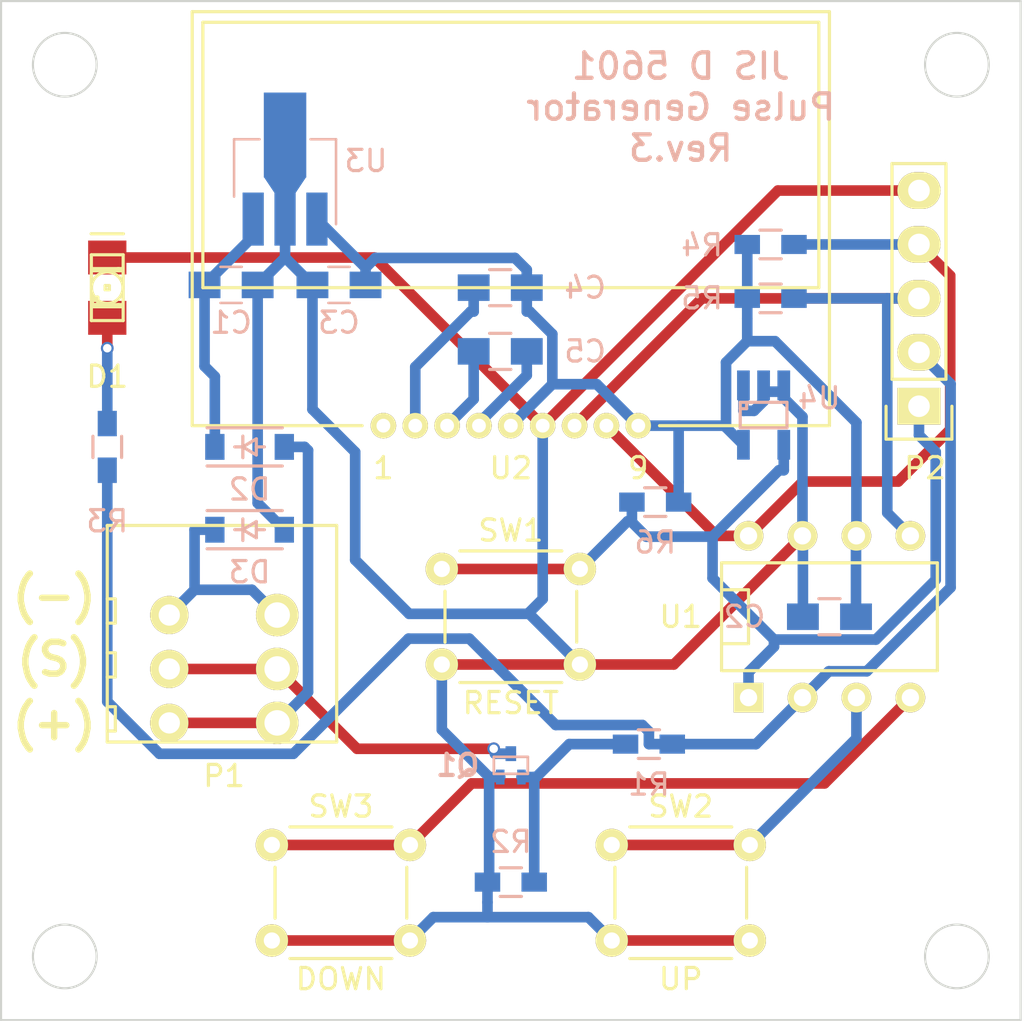
<source format=kicad_pcb>
(kicad_pcb (version 4) (host pcbnew 4.0.7)

  (general
    (links 63)
    (no_connects 0)
    (area 25.949999 25.949999 74.050001 74.050001)
    (thickness 1.6)
    (drawings 12)
    (tracks 177)
    (zones 0)
    (modules 24)
    (nets 19)
  )

  (page A4)
  (layers
    (0 F.Cu signal)
    (31 B.Cu signal)
    (32 B.Adhes user)
    (33 F.Adhes user)
    (34 B.Paste user)
    (35 F.Paste user)
    (36 B.SilkS user)
    (37 F.SilkS user)
    (38 B.Mask user)
    (39 F.Mask user)
    (40 Dwgs.User user)
    (41 Cmts.User user)
    (42 Eco1.User user)
    (43 Eco2.User user)
    (44 Edge.Cuts user)
    (45 Margin user)
    (46 B.CrtYd user)
    (47 F.CrtYd user)
    (48 B.Fab user)
    (49 F.Fab user)
  )

  (setup
    (last_trace_width 0.5)
    (trace_clearance 0.2)
    (zone_clearance 0.508)
    (zone_45_only no)
    (trace_min 0.2)
    (segment_width 0.2)
    (edge_width 0.1)
    (via_size 0.6)
    (via_drill 0.4)
    (via_min_size 0.4)
    (via_min_drill 0.3)
    (uvia_size 0.3)
    (uvia_drill 0.1)
    (uvias_allowed no)
    (uvia_min_size 0.2)
    (uvia_min_drill 0.1)
    (pcb_text_width 0.3)
    (pcb_text_size 1.5 1.5)
    (mod_edge_width 0.15)
    (mod_text_size 1 1)
    (mod_text_width 0.15)
    (pad_size 12 7)
    (pad_drill 0)
    (pad_to_mask_clearance 0)
    (aux_axis_origin 25.5 25.5)
    (visible_elements 7FFFFFFF)
    (pcbplotparams
      (layerselection 0x010f0_80000001)
      (usegerberextensions true)
      (excludeedgelayer true)
      (linewidth 0.100000)
      (plotframeref false)
      (viasonmask false)
      (mode 1)
      (useauxorigin true)
      (hpglpennumber 1)
      (hpglpenspeed 20)
      (hpglpendiameter 15)
      (hpglpenoverlay 2)
      (psnegative false)
      (psa4output false)
      (plotreference true)
      (plotvalue true)
      (plotinvisibletext false)
      (padsonsilk false)
      (subtractmaskfromsilk false)
      (outputformat 1)
      (mirror false)
      (drillshape 0)
      (scaleselection 1)
      (outputdirectory gerber/))
  )

  (net 0 "")
  (net 1 +12V)
  (net 2 VDD)
  (net 3 "Net-(D1-Pad2)")
  (net 4 /SDA)
  (net 5 "Net-(U2-Pad1)")
  (net 6 /VOUT)
  (net 7 /CAP1N)
  (net 8 /CAP1P)
  (net 9 /#RST)
  (net 10 /PIO0_4)
  (net 11 /GATE)
  (net 12 /PIO0_3)
  (net 13 /PIO0_2)
  (net 14 /SCL)
  (net 15 /Vin)
  (net 16 /D)
  (net 17 /VSS)
  (net 18 "Net-(D3-Pad1)")

  (net_class Default "これは標準のネット クラスです。"
    (clearance 0.2)
    (trace_width 0.5)
    (via_dia 0.6)
    (via_drill 0.4)
    (uvia_dia 0.3)
    (uvia_drill 0.1)
    (add_net /#RST)
    (add_net /CAP1N)
    (add_net /CAP1P)
    (add_net /D)
    (add_net /GATE)
    (add_net /PIO0_2)
    (add_net /PIO0_3)
    (add_net /PIO0_4)
    (add_net /SCL)
    (add_net /SDA)
    (add_net "Net-(D1-Pad2)")
    (add_net "Net-(D3-Pad1)")
    (add_net "Net-(U2-Pad1)")
  )

  (net_class Power ""
    (clearance 0.2)
    (trace_width 0.5)
    (via_dia 0.6)
    (via_drill 0.4)
    (uvia_dia 0.3)
    (uvia_drill 0.1)
    (add_net +12V)
    (add_net /VOUT)
    (add_net /VSS)
    (add_net /Vin)
    (add_net VDD)
  )

  (module Sockets_DIP:DIP-8__300 (layer F.Cu) (tedit 5648A19C) (tstamp 5559DFF3)
    (at 65 55)
    (descr "8 pins DIL package, round pads")
    (tags DIL)
    (path /5559CC94)
    (fp_text reference U1 (at -7 0 180) (layer F.SilkS)
      (effects (font (size 1 1) (thickness 0.15)))
    )
    (fp_text value LPC810 (at 0 0) (layer F.Fab)
      (effects (font (size 1 1) (thickness 0.15)))
    )
    (fp_line (start -5.08 -1.27) (end -3.81 -1.27) (layer F.SilkS) (width 0.15))
    (fp_line (start -3.81 -1.27) (end -3.81 1.27) (layer F.SilkS) (width 0.15))
    (fp_line (start -3.81 1.27) (end -5.08 1.27) (layer F.SilkS) (width 0.15))
    (fp_line (start -5.08 -2.54) (end 5.08 -2.54) (layer F.SilkS) (width 0.15))
    (fp_line (start 5.08 -2.54) (end 5.08 2.54) (layer F.SilkS) (width 0.15))
    (fp_line (start 5.08 2.54) (end -5.08 2.54) (layer F.SilkS) (width 0.15))
    (fp_line (start -5.08 2.54) (end -5.08 -2.54) (layer F.SilkS) (width 0.15))
    (pad 1 thru_hole rect (at -3.81 3.81) (size 1.397 1.397) (drill 0.8128) (layers *.Cu *.Mask F.SilkS)
      (net 9 /#RST))
    (pad 2 thru_hole circle (at -1.27 3.81) (size 1.397 1.397) (drill 0.8128) (layers *.Cu *.Mask F.SilkS)
      (net 10 /PIO0_4))
    (pad 3 thru_hole circle (at 1.27 3.81) (size 1.397 1.397) (drill 0.8128) (layers *.Cu *.Mask F.SilkS)
      (net 12 /PIO0_3))
    (pad 4 thru_hole circle (at 3.81 3.81) (size 1.397 1.397) (drill 0.8128) (layers *.Cu *.Mask F.SilkS)
      (net 13 /PIO0_2))
    (pad 5 thru_hole circle (at 3.81 -3.81) (size 1.397 1.397) (drill 0.8128) (layers *.Cu *.Mask F.SilkS)
      (net 4 /SDA))
    (pad 6 thru_hole circle (at 1.27 -3.81) (size 1.397 1.397) (drill 0.8128) (layers *.Cu *.Mask F.SilkS)
      (net 2 VDD))
    (pad 7 thru_hole circle (at -1.27 -3.81) (size 1.397 1.397) (drill 0.8128) (layers *.Cu *.Mask F.SilkS)
      (net 17 /VSS))
    (pad 8 thru_hole circle (at -3.81 -3.81) (size 1.397 1.397) (drill 0.8128) (layers *.Cu *.Mask F.SilkS)
      (net 14 /SCL))
    (model Sockets_DIP.3dshapes/DIP-8__300.wrl
      (at (xyz 0 0 0))
      (scale (xyz 1 1 1))
      (rotate (xyz 0 0 0))
    )
  )

  (module Pin_Headers:Pin_Header_Straight_1x05 (layer F.Cu) (tedit 5648A1C4) (tstamp 5559F2FE)
    (at 69.215 45.085 180)
    (descr "Through hole pin header")
    (tags "pin header")
    (path /5559F1FE)
    (fp_text reference P2 (at -0.285 -2.915 180) (layer F.SilkS)
      (effects (font (size 1 1) (thickness 0.15)))
    )
    (fp_text value CONN_01X05 (at 0 -3.1 180) (layer F.Fab)
      (effects (font (size 1 1) (thickness 0.15)))
    )
    (fp_line (start -1.55 0) (end -1.55 -1.55) (layer F.SilkS) (width 0.15))
    (fp_line (start -1.55 -1.55) (end 1.55 -1.55) (layer F.SilkS) (width 0.15))
    (fp_line (start 1.55 -1.55) (end 1.55 0) (layer F.SilkS) (width 0.15))
    (fp_line (start -1.75 -1.75) (end -1.75 11.95) (layer F.CrtYd) (width 0.05))
    (fp_line (start 1.75 -1.75) (end 1.75 11.95) (layer F.CrtYd) (width 0.05))
    (fp_line (start -1.75 -1.75) (end 1.75 -1.75) (layer F.CrtYd) (width 0.05))
    (fp_line (start -1.75 11.95) (end 1.75 11.95) (layer F.CrtYd) (width 0.05))
    (fp_line (start 1.27 1.27) (end 1.27 11.43) (layer F.SilkS) (width 0.15))
    (fp_line (start 1.27 11.43) (end -1.27 11.43) (layer F.SilkS) (width 0.15))
    (fp_line (start -1.27 11.43) (end -1.27 1.27) (layer F.SilkS) (width 0.15))
    (fp_line (start 1.27 1.27) (end -1.27 1.27) (layer F.SilkS) (width 0.15))
    (pad 1 thru_hole rect (at 0 0 180) (size 2.032 1.7272) (drill 1.016) (layers *.Cu *.Mask F.SilkS)
      (net 9 /#RST))
    (pad 2 thru_hole oval (at 0 2.54 180) (size 2.032 1.7272) (drill 1.016) (layers *.Cu *.Mask F.SilkS)
      (net 10 /PIO0_4))
    (pad 3 thru_hole oval (at 0 5.08 180) (size 2.032 1.7272) (drill 1.016) (layers *.Cu *.Mask F.SilkS)
      (net 4 /SDA))
    (pad 4 thru_hole oval (at 0 7.62 180) (size 2.032 1.7272) (drill 1.016) (layers *.Cu *.Mask F.SilkS)
      (net 14 /SCL))
    (pad 5 thru_hole oval (at 0 10.16 180) (size 2.032 1.7272) (drill 1.016) (layers *.Cu *.Mask F.SilkS)
      (net 17 /VSS))
    (model Pin_Headers.3dshapes/Pin_Header_Straight_1x05.wrl
      (at (xyz 0 -0.2 0))
      (scale (xyz 1 1 1))
      (rotate (xyz 0 0 90))
    )
  )

  (module pulser:AQM0802A-RN-GBW (layer F.Cu) (tedit 564179E8) (tstamp 5640261E)
    (at 50 46)
    (path /563FF79A)
    (fp_text reference U2 (at 0 2) (layer F.SilkS)
      (effects (font (size 1 1) (thickness 0.15)))
    )
    (fp_text value AQM0802A-RN-GBW (at 0 -9.5) (layer F.Fab)
      (effects (font (size 1 1) (thickness 0.15)))
    )
    (fp_line (start 14.5 -19) (end 14.5 -6.5) (layer F.SilkS) (width 0.15))
    (fp_line (start 14.5 -6.5) (end -14.5 -6.5) (layer F.SilkS) (width 0.15))
    (fp_line (start -14.5 -6.5) (end -14.5 -19) (layer F.SilkS) (width 0.15))
    (fp_line (start -14.5 -19) (end 14.5 -19) (layer F.SilkS) (width 0.15))
    (fp_text user 9 (at 6 2) (layer F.SilkS)
      (effects (font (size 1 1) (thickness 0.15)))
    )
    (fp_text user 1 (at -6 2) (layer F.SilkS)
      (effects (font (size 1 1) (thickness 0.15)))
    )
    (fp_line (start -7 0) (end -15 0) (layer F.SilkS) (width 0.15))
    (fp_line (start -15 0) (end -15 -19.5) (layer F.SilkS) (width 0.15))
    (fp_line (start -15 -19.5) (end 15 -19.5) (layer F.SilkS) (width 0.15))
    (fp_line (start 15 -19.5) (end 15 0) (layer F.SilkS) (width 0.15))
    (fp_line (start 15 0) (end 7 0) (layer F.SilkS) (width 0.15))
    (pad 1 thru_hole circle (at -6 0) (size 1.2 1.2) (drill 0.65) (layers *.Cu *.Mask F.SilkS)
      (net 5 "Net-(U2-Pad1)"))
    (pad 2 thru_hole circle (at -4.5 0) (size 1.2 1.2) (drill 0.65) (layers *.Cu *.Mask F.SilkS)
      (net 6 /VOUT))
    (pad 3 thru_hole circle (at -3 0) (size 1.2 1.2) (drill 0.65) (layers *.Cu *.Mask F.SilkS)
      (net 7 /CAP1N))
    (pad 4 thru_hole circle (at -1.5 0) (size 1.2 1.2) (drill 0.65) (layers *.Cu *.Mask F.SilkS)
      (net 8 /CAP1P))
    (pad 5 thru_hole circle (at 0 0) (size 1.2 1.2) (drill 0.65) (layers *.Cu *.Mask F.SilkS)
      (net 2 VDD))
    (pad 6 thru_hole circle (at 1.5 0) (size 1.2 1.2) (drill 0.65) (layers *.Cu *.Mask F.SilkS)
      (net 17 /VSS))
    (pad 7 thru_hole circle (at 3 0) (size 1.2 1.2) (drill 0.65) (layers *.Cu *.Mask F.SilkS)
      (net 4 /SDA))
    (pad 8 thru_hole circle (at 4.5 0) (size 1.2 1.2) (drill 0.65) (layers *.Cu *.Mask F.SilkS)
      (net 14 /SCL))
    (pad 9 thru_hole circle (at 6 0) (size 1.2 1.2) (drill 0.65) (layers *.Cu *.Mask F.SilkS)
      (net 2 VDD))
    (model favorites.3dshapes/AQM0802A-RN-GBW.wrl
      (at (xyz 0 0 0))
      (scale (xyz 0.393701 0.393701 0.393701))
      (rotate (xyz 0 0 0))
    )
  )

  (module pulser:TB401-1-3-E (layer F.Cu) (tedit 5648A197) (tstamp 555E9AE3)
    (at 39 60 90)
    (path /555E9DB4)
    (fp_text reference P1 (at -2.5 -2.5 180) (layer F.SilkS)
      (effects (font (size 1 1) (thickness 0.15)))
    )
    (fp_text value CONN_01X03 (at 3.048 -7.112 90) (layer F.Fab)
      (effects (font (size 1 1) (thickness 0.15)))
    )
    (fp_line (start 4.699 -8.001) (end 4.699 -7.62) (layer F.SilkS) (width 0.15))
    (fp_line (start 4.699 -7.62) (end 5.842 -7.62) (layer F.SilkS) (width 0.15))
    (fp_line (start 5.842 -7.62) (end 5.842 -8.001) (layer F.SilkS) (width 0.15))
    (fp_line (start 2.159 -8.001) (end 2.159 -7.62) (layer F.SilkS) (width 0.15))
    (fp_line (start 2.159 -7.62) (end 3.302 -7.62) (layer F.SilkS) (width 0.15))
    (fp_line (start 3.302 -7.62) (end 3.302 -8.001) (layer F.SilkS) (width 0.15))
    (fp_line (start -0.381 -8.001) (end -0.381 -7.62) (layer F.SilkS) (width 0.15))
    (fp_line (start -0.381 -7.62) (end 0.762 -7.62) (layer F.SilkS) (width 0.15))
    (fp_line (start 0.762 -7.62) (end 0.762 -8.001) (layer F.SilkS) (width 0.15))
    (fp_line (start -0.9 -8) (end -0.9 2.8) (layer F.SilkS) (width 0.15))
    (fp_line (start -0.9 2.8) (end 9.3 2.8) (layer F.SilkS) (width 0.15))
    (fp_line (start 9.3 2.8) (end 9.3 -8) (layer F.SilkS) (width 0.15))
    (fp_line (start 9.3 -8) (end -0.9 -8) (layer F.SilkS) (width 0.15))
    (pad 1 thru_hole circle (at 0 0 90) (size 2 2) (drill 1.2) (layers *.Cu *.Mask F.SilkS)
      (net 1 +12V))
    (pad 1 thru_hole circle (at 0 -5.08 90) (size 1.8 1.8) (drill 1) (layers *.Cu *.Mask F.SilkS)
      (net 1 +12V))
    (pad 2 thru_hole circle (at 2.54 0 90) (size 2 2) (drill 1.2) (layers *.Cu *.Mask F.SilkS)
      (net 16 /D))
    (pad 3 thru_hole circle (at 5.08 0 90) (size 2 2) (drill 1.2) (layers *.Cu *.Mask F.SilkS)
      (net 18 "Net-(D3-Pad1)"))
    (pad 2 thru_hole circle (at 2.54 -5.08 90) (size 1.8 1.8) (drill 1) (layers *.Cu *.Mask F.SilkS)
      (net 16 /D))
    (pad 3 thru_hole circle (at 5.08 -5.08 90) (size 1.8 1.8) (drill 1) (layers *.Cu *.Mask F.SilkS)
      (net 18 "Net-(D3-Pad1)"))
    (model favorites.3dshapes/TB401-1-3-E.wrl
      (at (xyz 0 0 0))
      (scale (xyz 0.393701 0.393701 0.393701))
      (rotate (xyz 0 0 0))
    )
  )

  (module favorites:EMT3 (layer B.Cu) (tedit 5648A167) (tstamp 5645EB0B)
    (at 50 62 180)
    (descr EMT3)
    (path /554F19F4)
    (attr smd)
    (fp_text reference Q1 (at 2.5 0 180) (layer B.SilkS)
      (effects (font (size 1 1) (thickness 0.2)) (justify mirror))
    )
    (fp_text value RUE002N02 (at 0 -0.3302 180) (layer B.SilkS) hide
      (effects (font (size 0.29972 0.29972) (thickness 0.06096)) (justify mirror))
    )
    (fp_line (start -0.8 0.4) (end 0.8 0.4) (layer B.SilkS) (width 0.127))
    (fp_line (start 0.8 0.4) (end 0.8 -0.4) (layer B.SilkS) (width 0.127))
    (fp_line (start 0.8 -0.4) (end -0.8 -0.4) (layer B.SilkS) (width 0.127))
    (fp_line (start -0.8 -0.4) (end -0.8 0.4) (layer B.SilkS) (width 0.127))
    (pad 2 smd rect (at -0.5 -0.55 180) (size 0.4 0.7) (layers B.Cu B.Paste B.Mask)
      (net 11 /GATE))
    (pad 1 smd rect (at 0.5 -0.55 180) (size 0.4 0.7) (layers B.Cu B.Paste B.Mask)
      (net 17 /VSS))
    (pad 3 smd rect (at 0 0.55 180) (size 0.5 0.7) (layers B.Cu B.Paste B.Mask)
      (net 16 /D))
    (model favorites.3dshapes/EMT3.wrl
      (at (xyz 0 0 0))
      (scale (xyz 0.393701 0.393701 0.393701))
      (rotate (xyz 0 0 0))
    )
  )

  (module Capacitors_SMD:C_0805_HandSoldering (layer B.Cu) (tedit 5648A0FA) (tstamp 56481F3A)
    (at 49.5 39.5)
    (descr "Capacitor SMD 0805, hand soldering")
    (tags "capacitor 0805")
    (path /5640246F)
    (attr smd)
    (fp_text reference C4 (at 4 0) (layer B.SilkS)
      (effects (font (size 1 1) (thickness 0.15)) (justify mirror))
    )
    (fp_text value 1u (at 0 -2.1) (layer B.Fab)
      (effects (font (size 1 1) (thickness 0.15)) (justify mirror))
    )
    (fp_line (start -2.3 1) (end 2.3 1) (layer B.CrtYd) (width 0.05))
    (fp_line (start -2.3 -1) (end 2.3 -1) (layer B.CrtYd) (width 0.05))
    (fp_line (start -2.3 1) (end -2.3 -1) (layer B.CrtYd) (width 0.05))
    (fp_line (start 2.3 1) (end 2.3 -1) (layer B.CrtYd) (width 0.05))
    (fp_line (start 0.5 0.85) (end -0.5 0.85) (layer B.SilkS) (width 0.15))
    (fp_line (start -0.5 -0.85) (end 0.5 -0.85) (layer B.SilkS) (width 0.15))
    (pad 1 smd rect (at -1.25 0) (size 1.5 1.25) (layers B.Cu B.Paste B.Mask)
      (net 6 /VOUT))
    (pad 2 smd rect (at 1.25 0) (size 1.5 1.25) (layers B.Cu B.Paste B.Mask)
      (net 2 VDD))
    (model Capacitors_SMD.3dshapes/C_0805.wrl
      (at (xyz 0 0 0))
      (scale (xyz 1 1 1))
      (rotate (xyz 0 0 0))
    )
  )

  (module Capacitors_SMD:C_0805_HandSoldering (layer B.Cu) (tedit 5648A101) (tstamp 56481F46)
    (at 49.5 42.5)
    (descr "Capacitor SMD 0805, hand soldering")
    (tags "capacitor 0805")
    (path /564021C2)
    (attr smd)
    (fp_text reference C5 (at 4 0) (layer B.SilkS)
      (effects (font (size 1 1) (thickness 0.15)) (justify mirror))
    )
    (fp_text value 1u (at 0 -2.1) (layer B.Fab)
      (effects (font (size 1 1) (thickness 0.15)) (justify mirror))
    )
    (fp_line (start -2.3 1) (end 2.3 1) (layer B.CrtYd) (width 0.05))
    (fp_line (start -2.3 -1) (end 2.3 -1) (layer B.CrtYd) (width 0.05))
    (fp_line (start -2.3 1) (end -2.3 -1) (layer B.CrtYd) (width 0.05))
    (fp_line (start 2.3 1) (end 2.3 -1) (layer B.CrtYd) (width 0.05))
    (fp_line (start 0.5 0.85) (end -0.5 0.85) (layer B.SilkS) (width 0.15))
    (fp_line (start -0.5 -0.85) (end 0.5 -0.85) (layer B.SilkS) (width 0.15))
    (pad 1 smd rect (at -1.25 0) (size 1.5 1.25) (layers B.Cu B.Paste B.Mask)
      (net 7 /CAP1N))
    (pad 2 smd rect (at 1.25 0) (size 1.5 1.25) (layers B.Cu B.Paste B.Mask)
      (net 8 /CAP1P))
    (model Capacitors_SMD.3dshapes/C_0805.wrl
      (at (xyz 0 0 0))
      (scale (xyz 1 1 1))
      (rotate (xyz 0 0 0))
    )
  )

  (module Capacitors_SMD:C_0805_HandSoldering (layer B.Cu) (tedit 5648A136) (tstamp 56481FA5)
    (at 65 55 180)
    (descr "Capacitor SMD 0805, hand soldering")
    (tags "capacitor 0805")
    (path /56481F6D)
    (attr smd)
    (fp_text reference C2 (at 4 0 180) (layer B.SilkS)
      (effects (font (size 1 1) (thickness 0.15)) (justify mirror))
    )
    (fp_text value 1u (at 0 -2.1 180) (layer B.Fab)
      (effects (font (size 1 1) (thickness 0.15)) (justify mirror))
    )
    (fp_line (start -2.3 1) (end 2.3 1) (layer B.CrtYd) (width 0.05))
    (fp_line (start -2.3 -1) (end 2.3 -1) (layer B.CrtYd) (width 0.05))
    (fp_line (start -2.3 1) (end -2.3 -1) (layer B.CrtYd) (width 0.05))
    (fp_line (start 2.3 1) (end 2.3 -1) (layer B.CrtYd) (width 0.05))
    (fp_line (start 0.5 0.85) (end -0.5 0.85) (layer B.SilkS) (width 0.15))
    (fp_line (start -0.5 -0.85) (end 0.5 -0.85) (layer B.SilkS) (width 0.15))
    (pad 1 smd rect (at -1.25 0 180) (size 1.5 1.25) (layers B.Cu B.Paste B.Mask)
      (net 2 VDD))
    (pad 2 smd rect (at 1.25 0 180) (size 1.5 1.25) (layers B.Cu B.Paste B.Mask)
      (net 17 /VSS))
    (model Capacitors_SMD.3dshapes/C_0805.wrl
      (at (xyz 0 0 0))
      (scale (xyz 1 1 1))
      (rotate (xyz 0 0 0))
    )
  )

  (module Resistors_SMD:R_0603_HandSoldering (layer B.Cu) (tedit 5648A113) (tstamp 56402470)
    (at 62.23 40.005 180)
    (descr "Resistor SMD 0603, hand soldering")
    (tags "resistor 0603")
    (path /56404FAB)
    (attr smd)
    (fp_text reference R5 (at 3.23 0.005 180) (layer B.SilkS)
      (effects (font (size 1 1) (thickness 0.15)) (justify mirror))
    )
    (fp_text value 10k (at 0 -1.9 180) (layer B.Fab)
      (effects (font (size 1 1) (thickness 0.15)) (justify mirror))
    )
    (fp_line (start -2 0.8) (end 2 0.8) (layer B.CrtYd) (width 0.05))
    (fp_line (start -2 -0.8) (end 2 -0.8) (layer B.CrtYd) (width 0.05))
    (fp_line (start -2 0.8) (end -2 -0.8) (layer B.CrtYd) (width 0.05))
    (fp_line (start 2 0.8) (end 2 -0.8) (layer B.CrtYd) (width 0.05))
    (fp_line (start 0.5 -0.675) (end -0.5 -0.675) (layer B.SilkS) (width 0.15))
    (fp_line (start -0.5 0.675) (end 0.5 0.675) (layer B.SilkS) (width 0.15))
    (pad 1 smd rect (at -1.1 0 180) (size 1.2 0.9) (layers B.Cu B.Paste B.Mask)
      (net 4 /SDA))
    (pad 2 smd rect (at 1.1 0 180) (size 1.2 0.9) (layers B.Cu B.Paste B.Mask)
      (net 2 VDD))
    (model Resistors_SMD.3dshapes/R_0603.wrl
      (at (xyz 0 0 0))
      (scale (xyz 1 1 1))
      (rotate (xyz 0 0 0))
    )
  )

  (module Resistors_SMD:R_0603_HandSoldering (layer B.Cu) (tedit 5648A10A) (tstamp 5559E118)
    (at 62.23 37.465 180)
    (descr "Resistor SMD 0603, hand soldering")
    (tags "resistor 0603")
    (path /56404CAB)
    (attr smd)
    (fp_text reference R4 (at 3.23 -0.035 180) (layer B.SilkS)
      (effects (font (size 1 1) (thickness 0.15)) (justify mirror))
    )
    (fp_text value 10k (at 0 -1.9 180) (layer B.Fab)
      (effects (font (size 1 1) (thickness 0.15)) (justify mirror))
    )
    (fp_line (start -2 0.8) (end 2 0.8) (layer B.CrtYd) (width 0.05))
    (fp_line (start -2 -0.8) (end 2 -0.8) (layer B.CrtYd) (width 0.05))
    (fp_line (start -2 0.8) (end -2 -0.8) (layer B.CrtYd) (width 0.05))
    (fp_line (start 2 0.8) (end 2 -0.8) (layer B.CrtYd) (width 0.05))
    (fp_line (start 0.5 -0.675) (end -0.5 -0.675) (layer B.SilkS) (width 0.15))
    (fp_line (start -0.5 0.675) (end 0.5 0.675) (layer B.SilkS) (width 0.15))
    (pad 1 smd rect (at -1.1 0 180) (size 1.2 0.9) (layers B.Cu B.Paste B.Mask)
      (net 14 /SCL))
    (pad 2 smd rect (at 1.1 0 180) (size 1.2 0.9) (layers B.Cu B.Paste B.Mask)
      (net 2 VDD))
    (model Resistors_SMD.3dshapes/R_0603.wrl
      (at (xyz 0 0 0))
      (scale (xyz 1 1 1))
      (rotate (xyz 0 0 0))
    )
  )

  (module Resistors_SMD:R_0603_HandSoldering (layer B.Cu) (tedit 5648A1D8) (tstamp 56402464)
    (at 31 47 270)
    (descr "Resistor SMD 0603, hand soldering")
    (tags "resistor 0603")
    (path /555AA04E)
    (attr smd)
    (fp_text reference R3 (at 3.5 0 360) (layer B.SilkS)
      (effects (font (size 1 1) (thickness 0.15)) (justify mirror))
    )
    (fp_text value 680 (at 0 -1.9 270) (layer B.Fab)
      (effects (font (size 1 1) (thickness 0.15)) (justify mirror))
    )
    (fp_line (start -2 0.8) (end 2 0.8) (layer B.CrtYd) (width 0.05))
    (fp_line (start -2 -0.8) (end 2 -0.8) (layer B.CrtYd) (width 0.05))
    (fp_line (start -2 0.8) (end -2 -0.8) (layer B.CrtYd) (width 0.05))
    (fp_line (start 2 0.8) (end 2 -0.8) (layer B.CrtYd) (width 0.05))
    (fp_line (start 0.5 -0.675) (end -0.5 -0.675) (layer B.SilkS) (width 0.15))
    (fp_line (start -0.5 0.675) (end 0.5 0.675) (layer B.SilkS) (width 0.15))
    (pad 1 smd rect (at -1.1 0 270) (size 1.2 0.9) (layers B.Cu B.Paste B.Mask)
      (net 3 "Net-(D1-Pad2)"))
    (pad 2 smd rect (at 1.1 0 270) (size 1.2 0.9) (layers B.Cu B.Paste B.Mask)
      (net 10 /PIO0_4))
    (model Resistors_SMD.3dshapes/R_0603.wrl
      (at (xyz 0 0 0))
      (scale (xyz 1 1 1))
      (rotate (xyz 0 0 0))
    )
  )

  (module Resistors_SMD:R_0603_HandSoldering (layer B.Cu) (tedit 5418A00F) (tstamp 5559DFCF)
    (at 50 67.5 180)
    (descr "Resistor SMD 0603, hand soldering")
    (tags "resistor 0603")
    (path /554F2D71)
    (attr smd)
    (fp_text reference R2 (at 0 1.9 180) (layer B.SilkS)
      (effects (font (size 1 1) (thickness 0.15)) (justify mirror))
    )
    (fp_text value 1M (at 0 -1.9 180) (layer B.Fab)
      (effects (font (size 1 1) (thickness 0.15)) (justify mirror))
    )
    (fp_line (start -2 0.8) (end 2 0.8) (layer B.CrtYd) (width 0.05))
    (fp_line (start -2 -0.8) (end 2 -0.8) (layer B.CrtYd) (width 0.05))
    (fp_line (start -2 0.8) (end -2 -0.8) (layer B.CrtYd) (width 0.05))
    (fp_line (start 2 0.8) (end 2 -0.8) (layer B.CrtYd) (width 0.05))
    (fp_line (start 0.5 -0.675) (end -0.5 -0.675) (layer B.SilkS) (width 0.15))
    (fp_line (start -0.5 0.675) (end 0.5 0.675) (layer B.SilkS) (width 0.15))
    (pad 1 smd rect (at -1.1 0 180) (size 1.2 0.9) (layers B.Cu B.Paste B.Mask)
      (net 11 /GATE))
    (pad 2 smd rect (at 1.1 0 180) (size 1.2 0.9) (layers B.Cu B.Paste B.Mask)
      (net 17 /VSS))
    (model Resistors_SMD.3dshapes/R_0603.wrl
      (at (xyz 0 0 0))
      (scale (xyz 1 1 1))
      (rotate (xyz 0 0 0))
    )
  )

  (module Resistors_SMD:R_0603_HandSoldering (layer B.Cu) (tedit 5418A00F) (tstamp 5559DFC9)
    (at 56.5 61)
    (descr "Resistor SMD 0603, hand soldering")
    (tags "resistor 0603")
    (path /554F1FE8)
    (attr smd)
    (fp_text reference R1 (at 0 1.9) (layer B.SilkS)
      (effects (font (size 1 1) (thickness 0.15)) (justify mirror))
    )
    (fp_text value 1k (at 0 -1.9) (layer B.Fab)
      (effects (font (size 1 1) (thickness 0.15)) (justify mirror))
    )
    (fp_line (start -2 0.8) (end 2 0.8) (layer B.CrtYd) (width 0.05))
    (fp_line (start -2 -0.8) (end 2 -0.8) (layer B.CrtYd) (width 0.05))
    (fp_line (start -2 0.8) (end -2 -0.8) (layer B.CrtYd) (width 0.05))
    (fp_line (start 2 0.8) (end 2 -0.8) (layer B.CrtYd) (width 0.05))
    (fp_line (start 0.5 -0.675) (end -0.5 -0.675) (layer B.SilkS) (width 0.15))
    (fp_line (start -0.5 0.675) (end 0.5 0.675) (layer B.SilkS) (width 0.15))
    (pad 1 smd rect (at -1.1 0) (size 1.2 0.9) (layers B.Cu B.Paste B.Mask)
      (net 11 /GATE))
    (pad 2 smd rect (at 1.1 0) (size 1.2 0.9) (layers B.Cu B.Paste B.Mask)
      (net 10 /PIO0_4))
    (model Resistors_SMD.3dshapes/R_0603.wrl
      (at (xyz 0 0 0))
      (scale (xyz 1 1 1))
      (rotate (xyz 0 0 0))
    )
  )

  (module favorites:LED-1206 (layer F.Cu) (tedit 5648A1CB) (tstamp 56482DA7)
    (at 31 39.5 270)
    (descr "LED 1206 smd package")
    (tags "LED1206 SMD")
    (path /555A9F16)
    (attr smd)
    (fp_text reference D1 (at 4.191 0 360) (layer F.SilkS)
      (effects (font (size 1 1) (thickness 0.15)))
    )
    (fp_text value LED (at -0.127 2.032 270) (layer F.SilkS) hide
      (effects (font (size 1 1) (thickness 0.15)))
    )
    (fp_line (start -2.54 -0.762) (end -2.54 0.762) (layer F.SilkS) (width 0.15))
    (fp_line (start -0.09906 0.09906) (end 0.09906 0.09906) (layer F.SilkS) (width 0.15))
    (fp_line (start 0.09906 0.09906) (end 0.09906 -0.09906) (layer F.SilkS) (width 0.15))
    (fp_line (start -0.09906 -0.09906) (end 0.09906 -0.09906) (layer F.SilkS) (width 0.15))
    (fp_line (start -0.09906 0.09906) (end -0.09906 -0.09906) (layer F.SilkS) (width 0.15))
    (fp_line (start 0.44958 0.6985) (end 0.79756 0.6985) (layer F.SilkS) (width 0.15))
    (fp_line (start 0.79756 0.6985) (end 0.79756 0.44958) (layer F.SilkS) (width 0.15))
    (fp_line (start 0.44958 0.44958) (end 0.79756 0.44958) (layer F.SilkS) (width 0.15))
    (fp_line (start 0.44958 0.6985) (end 0.44958 0.44958) (layer F.SilkS) (width 0.15))
    (fp_line (start 0.79756 0.6985) (end 0.89916 0.6985) (layer F.SilkS) (width 0.15))
    (fp_line (start 0.89916 0.6985) (end 0.89916 -0.49784) (layer F.SilkS) (width 0.15))
    (fp_line (start 0.79756 -0.49784) (end 0.89916 -0.49784) (layer F.SilkS) (width 0.15))
    (fp_line (start 0.79756 0.6985) (end 0.79756 -0.49784) (layer F.SilkS) (width 0.15))
    (fp_line (start 0.79756 -0.54864) (end 0.89916 -0.54864) (layer F.SilkS) (width 0.15))
    (fp_line (start 0.89916 -0.54864) (end 0.89916 -0.6985) (layer F.SilkS) (width 0.15))
    (fp_line (start 0.79756 -0.6985) (end 0.89916 -0.6985) (layer F.SilkS) (width 0.15))
    (fp_line (start 0.79756 -0.54864) (end 0.79756 -0.6985) (layer F.SilkS) (width 0.15))
    (fp_line (start -0.89916 0.6985) (end -0.79756 0.6985) (layer F.SilkS) (width 0.15))
    (fp_line (start -0.79756 0.6985) (end -0.79756 -0.49784) (layer F.SilkS) (width 0.15))
    (fp_line (start -0.89916 -0.49784) (end -0.79756 -0.49784) (layer F.SilkS) (width 0.15))
    (fp_line (start -0.89916 0.6985) (end -0.89916 -0.49784) (layer F.SilkS) (width 0.15))
    (fp_line (start -0.89916 -0.54864) (end -0.79756 -0.54864) (layer F.SilkS) (width 0.15))
    (fp_line (start -0.79756 -0.54864) (end -0.79756 -0.6985) (layer F.SilkS) (width 0.15))
    (fp_line (start -0.89916 -0.6985) (end -0.79756 -0.6985) (layer F.SilkS) (width 0.15))
    (fp_line (start -0.89916 -0.54864) (end -0.89916 -0.6985) (layer F.SilkS) (width 0.15))
    (fp_line (start 0.44958 0.6985) (end 0.59944 0.6985) (layer F.SilkS) (width 0.15))
    (fp_line (start 0.59944 0.6985) (end 0.59944 0.44958) (layer F.SilkS) (width 0.15))
    (fp_line (start 0.44958 0.44958) (end 0.59944 0.44958) (layer F.SilkS) (width 0.15))
    (fp_line (start 0.44958 0.6985) (end 0.44958 0.44958) (layer F.SilkS) (width 0.15))
    (fp_line (start 1.5494 0.7493) (end -1.5494 0.7493) (layer F.SilkS) (width 0.15))
    (fp_line (start -1.5494 0.7493) (end -1.5494 -0.7493) (layer F.SilkS) (width 0.15))
    (fp_line (start -1.5494 -0.7493) (end 1.5494 -0.7493) (layer F.SilkS) (width 0.15))
    (fp_line (start 1.5494 -0.7493) (end 1.5494 0.7493) (layer F.SilkS) (width 0.15))
    (fp_arc (start 0 0) (end 0.54864 0.49784) (angle 95.4) (layer F.SilkS) (width 0.15))
    (fp_arc (start 0 0) (end -0.54864 0.49784) (angle 84.5) (layer F.SilkS) (width 0.15))
    (fp_arc (start 0 0) (end -0.54864 -0.49784) (angle 95.4) (layer F.SilkS) (width 0.15))
    (fp_arc (start 0 0) (end 0.54864 -0.49784) (angle 84.5) (layer F.SilkS) (width 0.15))
    (pad 1 smd rect (at -1.41986 0 270) (size 1.59766 1.80086) (layers F.Cu F.Paste F.Mask)
      (net 17 /VSS))
    (pad 2 smd rect (at 1.41986 0 270) (size 1.59766 1.80086) (layers F.Cu F.Paste F.Mask)
      (net 3 "Net-(D1-Pad2)"))
    (model LEDs.3dshapes/LED_1206.wrl
      (at (xyz 0 0 0))
      (scale (xyz 1 1 1))
      (rotate (xyz 0 0 0))
    )
  )

  (module pulser:DTS-6 (layer F.Cu) (tedit 56483216) (tstamp 5559DFE1)
    (at 58 68)
    (path /554F79EC)
    (fp_text reference SW2 (at 0 -4.064) (layer F.SilkS)
      (effects (font (size 1 1) (thickness 0.15)))
    )
    (fp_text value UP (at 0 4.064) (layer F.SilkS)
      (effects (font (size 1 1) (thickness 0.15)))
    )
    (fp_line (start -3.1 -1.2) (end -3.1 1.2) (layer F.SilkS) (width 0.15))
    (fp_line (start 3.1 -1.2) (end 3.1 1.2) (layer F.SilkS) (width 0.15))
    (fp_line (start -2.4 3.1) (end 2.4 3.1) (layer F.SilkS) (width 0.15))
    (fp_line (start -2.4 -3.1) (end 2.4 -3.1) (layer F.SilkS) (width 0.15))
    (pad 1 thru_hole circle (at 3.25 -2.25) (size 1.524 1.524) (drill 0.762) (layers *.Cu *.Mask F.SilkS)
      (net 12 /PIO0_3))
    (pad 2 thru_hole circle (at 3.25 2.25) (size 1.524 1.524) (drill 0.762) (layers *.Cu *.Mask F.SilkS)
      (net 17 /VSS))
    (pad 2 thru_hole circle (at -3.25 2.25) (size 1.524 1.524) (drill 0.762) (layers *.Cu *.Mask F.SilkS)
      (net 17 /VSS))
    (pad 1 thru_hole circle (at -3.25 -2.25) (size 1.524 1.524) (drill 0.762) (layers *.Cu *.Mask F.SilkS)
      (net 12 /PIO0_3))
    (model favorites.3dshapes/DTS-6-V.wrl
      (at (xyz 0 0 0))
      (scale (xyz 0.393701 0.393701 0.393701))
      (rotate (xyz 0 0 0))
    )
  )

  (module pulser:DTS-6 (layer F.Cu) (tedit 56483216) (tstamp 5559DFE7)
    (at 42 68)
    (path /554F7940)
    (fp_text reference SW3 (at 0 -4.064) (layer F.SilkS)
      (effects (font (size 1 1) (thickness 0.15)))
    )
    (fp_text value DOWN (at 0 4.064) (layer F.SilkS)
      (effects (font (size 1 1) (thickness 0.15)))
    )
    (fp_line (start -3.1 -1.2) (end -3.1 1.2) (layer F.SilkS) (width 0.15))
    (fp_line (start 3.1 -1.2) (end 3.1 1.2) (layer F.SilkS) (width 0.15))
    (fp_line (start -2.4 3.1) (end 2.4 3.1) (layer F.SilkS) (width 0.15))
    (fp_line (start -2.4 -3.1) (end 2.4 -3.1) (layer F.SilkS) (width 0.15))
    (pad 1 thru_hole circle (at 3.25 -2.25) (size 1.524 1.524) (drill 0.762) (layers *.Cu *.Mask F.SilkS)
      (net 13 /PIO0_2))
    (pad 2 thru_hole circle (at 3.25 2.25) (size 1.524 1.524) (drill 0.762) (layers *.Cu *.Mask F.SilkS)
      (net 17 /VSS))
    (pad 2 thru_hole circle (at -3.25 2.25) (size 1.524 1.524) (drill 0.762) (layers *.Cu *.Mask F.SilkS)
      (net 17 /VSS))
    (pad 1 thru_hole circle (at -3.25 -2.25) (size 1.524 1.524) (drill 0.762) (layers *.Cu *.Mask F.SilkS)
      (net 13 /PIO0_2))
    (model favorites.3dshapes/DTS-6-V.wrl
      (at (xyz 0 0 0))
      (scale (xyz 0.393701 0.393701 0.393701))
      (rotate (xyz 0 0 0))
    )
  )

  (module pulser:DTS-6 (layer F.Cu) (tedit 56483216) (tstamp 5559DFDB)
    (at 50 55)
    (path /5559FDDD)
    (fp_text reference SW1 (at 0 -4.064) (layer F.SilkS)
      (effects (font (size 1 1) (thickness 0.15)))
    )
    (fp_text value RESET (at 0 4.064) (layer F.SilkS)
      (effects (font (size 1 1) (thickness 0.15)))
    )
    (fp_line (start -3.1 -1.2) (end -3.1 1.2) (layer F.SilkS) (width 0.15))
    (fp_line (start 3.1 -1.2) (end 3.1 1.2) (layer F.SilkS) (width 0.15))
    (fp_line (start -2.4 3.1) (end 2.4 3.1) (layer F.SilkS) (width 0.15))
    (fp_line (start -2.4 -3.1) (end 2.4 -3.1) (layer F.SilkS) (width 0.15))
    (pad 1 thru_hole circle (at 3.25 -2.25) (size 1.524 1.524) (drill 0.762) (layers *.Cu *.Mask F.SilkS)
      (net 9 /#RST))
    (pad 2 thru_hole circle (at 3.25 2.25) (size 1.524 1.524) (drill 0.762) (layers *.Cu *.Mask F.SilkS)
      (net 17 /VSS))
    (pad 2 thru_hole circle (at -3.25 2.25) (size 1.524 1.524) (drill 0.762) (layers *.Cu *.Mask F.SilkS)
      (net 17 /VSS))
    (pad 1 thru_hole circle (at -3.25 -2.25) (size 1.524 1.524) (drill 0.762) (layers *.Cu *.Mask F.SilkS)
      (net 9 /#RST))
    (model favorites.3dshapes/DTS-6-V.wrl
      (at (xyz 0 0 0))
      (scale (xyz 0.393701 0.393701 0.393701))
      (rotate (xyz 0 0 0))
    )
  )

  (module Diodes_SMD:SOD-123 (layer B.Cu) (tedit 5530FCB9) (tstamp 56A62EB2)
    (at 37.7 47)
    (descr SOD-123)
    (tags SOD-123)
    (path /56A632A2)
    (attr smd)
    (fp_text reference D2 (at 0 2) (layer B.SilkS)
      (effects (font (size 1 1) (thickness 0.15)) (justify mirror))
    )
    (fp_text value 1N4148W (at 0 -2.1) (layer B.Fab)
      (effects (font (size 1 1) (thickness 0.15)) (justify mirror))
    )
    (fp_line (start 0.3175 0) (end 0.6985 0) (layer B.SilkS) (width 0.15))
    (fp_line (start -0.6985 0) (end -0.3175 0) (layer B.SilkS) (width 0.15))
    (fp_line (start -0.3175 0) (end 0.3175 0.381) (layer B.SilkS) (width 0.15))
    (fp_line (start 0.3175 0.381) (end 0.3175 -0.381) (layer B.SilkS) (width 0.15))
    (fp_line (start 0.3175 -0.381) (end -0.3175 0) (layer B.SilkS) (width 0.15))
    (fp_line (start -0.3175 0.508) (end -0.3175 -0.508) (layer B.SilkS) (width 0.15))
    (fp_line (start -2.25 1.05) (end 2.25 1.05) (layer B.CrtYd) (width 0.05))
    (fp_line (start 2.25 1.05) (end 2.25 -1.05) (layer B.CrtYd) (width 0.05))
    (fp_line (start 2.25 -1.05) (end -2.25 -1.05) (layer B.CrtYd) (width 0.05))
    (fp_line (start -2.25 1.05) (end -2.25 -1.05) (layer B.CrtYd) (width 0.05))
    (fp_line (start -2 -0.9) (end 1.54 -0.9) (layer B.SilkS) (width 0.15))
    (fp_line (start -2 0.9) (end 1.54 0.9) (layer B.SilkS) (width 0.15))
    (pad 1 smd rect (at -1.635 0) (size 0.91 1.22) (layers B.Cu B.Paste B.Mask)
      (net 15 /Vin))
    (pad 2 smd rect (at 1.635 0) (size 0.91 1.22) (layers B.Cu B.Paste B.Mask)
      (net 1 +12V))
    (model Diodes_SMD.3dshapes/D_SOD-123.wrl
      (at (xyz 0 0 0))
      (scale (xyz 1 1 1))
      (rotate (xyz 0 0 0))
    )
  )

  (module Diodes_SMD:SOD-123 (layer B.Cu) (tedit 5530FCB9) (tstamp 56A62EC4)
    (at 37.7 50.9)
    (descr SOD-123)
    (tags SOD-123)
    (path /56A648ED)
    (attr smd)
    (fp_text reference D3 (at 0 2) (layer B.SilkS)
      (effects (font (size 1 1) (thickness 0.15)) (justify mirror))
    )
    (fp_text value 1N4148W (at 0 -2.1) (layer B.Fab)
      (effects (font (size 1 1) (thickness 0.15)) (justify mirror))
    )
    (fp_line (start 0.3175 0) (end 0.6985 0) (layer B.SilkS) (width 0.15))
    (fp_line (start -0.6985 0) (end -0.3175 0) (layer B.SilkS) (width 0.15))
    (fp_line (start -0.3175 0) (end 0.3175 0.381) (layer B.SilkS) (width 0.15))
    (fp_line (start 0.3175 0.381) (end 0.3175 -0.381) (layer B.SilkS) (width 0.15))
    (fp_line (start 0.3175 -0.381) (end -0.3175 0) (layer B.SilkS) (width 0.15))
    (fp_line (start -0.3175 0.508) (end -0.3175 -0.508) (layer B.SilkS) (width 0.15))
    (fp_line (start -2.25 1.05) (end 2.25 1.05) (layer B.CrtYd) (width 0.05))
    (fp_line (start 2.25 1.05) (end 2.25 -1.05) (layer B.CrtYd) (width 0.05))
    (fp_line (start 2.25 -1.05) (end -2.25 -1.05) (layer B.CrtYd) (width 0.05))
    (fp_line (start -2.25 1.05) (end -2.25 -1.05) (layer B.CrtYd) (width 0.05))
    (fp_line (start -2 -0.9) (end 1.54 -0.9) (layer B.SilkS) (width 0.15))
    (fp_line (start -2 0.9) (end 1.54 0.9) (layer B.SilkS) (width 0.15))
    (pad 1 smd rect (at -1.635 0) (size 0.91 1.22) (layers B.Cu B.Paste B.Mask)
      (net 18 "Net-(D3-Pad1)"))
    (pad 2 smd rect (at 1.635 0) (size 0.91 1.22) (layers B.Cu B.Paste B.Mask)
      (net 17 /VSS))
    (model Diodes_SMD.3dshapes/D_SOD-123.wrl
      (at (xyz 0 0 0))
      (scale (xyz 1 1 1))
      (rotate (xyz 0 0 0))
    )
  )

  (module Resistors_SMD:R_0603_HandSoldering (layer B.Cu) (tedit 5418A00F) (tstamp 56A63A36)
    (at 56.8 49.6)
    (descr "Resistor SMD 0603, hand soldering")
    (tags "resistor 0603")
    (path /56A726C3)
    (attr smd)
    (fp_text reference R6 (at 0 1.9) (layer B.SilkS)
      (effects (font (size 1 1) (thickness 0.15)) (justify mirror))
    )
    (fp_text value 1M (at 0 -1.9) (layer B.Fab)
      (effects (font (size 1 1) (thickness 0.15)) (justify mirror))
    )
    (fp_line (start -2 0.8) (end 2 0.8) (layer B.CrtYd) (width 0.05))
    (fp_line (start -2 -0.8) (end 2 -0.8) (layer B.CrtYd) (width 0.05))
    (fp_line (start -2 0.8) (end -2 -0.8) (layer B.CrtYd) (width 0.05))
    (fp_line (start 2 0.8) (end 2 -0.8) (layer B.CrtYd) (width 0.05))
    (fp_line (start 0.5 -0.675) (end -0.5 -0.675) (layer B.SilkS) (width 0.15))
    (fp_line (start -0.5 0.675) (end 0.5 0.675) (layer B.SilkS) (width 0.15))
    (pad 1 smd rect (at -1.1 0) (size 1.2 0.9) (layers B.Cu B.Paste B.Mask)
      (net 9 /#RST))
    (pad 2 smd rect (at 1.1 0) (size 1.2 0.9) (layers B.Cu B.Paste B.Mask)
      (net 2 VDD))
    (model Resistors_SMD.3dshapes/R_0603.wrl
      (at (xyz 0 0 0))
      (scale (xyz 1 1 1))
      (rotate (xyz 0 0 0))
    )
  )

  (module favorites:SSOP5_Handsoldering (layer B.Cu) (tedit 59C9F07D) (tstamp 56A63A45)
    (at 61.9 45.5)
    (descr SSOP5)
    (path /56A7058F)
    (attr smd)
    (fp_text reference U4 (at 2.616 -0.796) (layer B.SilkS)
      (effects (font (size 1 1) (thickness 0.15)) (justify mirror))
    )
    (fp_text value BD45231G (at 0 -2.6) (layer B.Fab)
      (effects (font (size 1 1) (thickness 0.15)) (justify mirror))
    )
    (fp_line (start -1.1 -0.3) (end -0.8 -0.3) (layer B.SilkS) (width 0.15))
    (fp_line (start -0.8 -0.3) (end -0.8 -0.6) (layer B.SilkS) (width 0.15))
    (fp_line (start 1.1 0.6) (end -1.1 0.6) (layer B.SilkS) (width 0.15))
    (fp_line (start -1.1 0.6) (end -1.1 -0.6) (layer B.SilkS) (width 0.15))
    (fp_line (start -1.1 -0.6) (end 1.1 -0.6) (layer B.SilkS) (width 0.15))
    (fp_line (start 1.1 -0.6) (end 1.1 0.6) (layer B.SilkS) (width 0.15))
    (pad 1 smd rect (at -0.95 -1.4) (size 0.6 1.4) (layers B.Cu B.Paste B.Mask)
      (net 17 /VSS))
    (pad 3 smd rect (at 0.95 -1.4) (size 0.6 1.4) (layers B.Cu B.Paste B.Mask)
      (net 17 /VSS))
    (pad 2 smd rect (at 0 -1.4) (size 0.6 1.4) (layers B.Cu B.Paste B.Mask)
      (net 17 /VSS))
    (pad 4 smd rect (at 0.95 1.4) (size 0.6 1.4) (layers B.Cu B.Paste B.Mask)
      (net 9 /#RST))
    (pad 5 smd rect (at -0.95 1.4) (size 0.6 1.4) (layers B.Cu B.Paste B.Mask)
      (net 2 VDD))
    (model favorites.3dshapes/SSOP5.wrl
      (at (xyz 0 0 0))
      (scale (xyz 0.3937007874015748 0.3937007874015748 0.3937007874015748))
      (rotate (xyz 0 0 0))
    )
  )

  (module TO_SOT_Packages_SMD:SOT-89-3_Handsoldering (layer B.Cu) (tedit 59C9F066) (tstamp 59C9EC13)
    (at 39.37 34.29 90)
    (descr "SOT-89-3 Handsoldering")
    (tags "SOT-89-3 Handsoldering")
    (path /555B31B5)
    (attr smd)
    (fp_text reference U3 (at 0.762 3.81 180) (layer B.SilkS)
      (effects (font (size 1 1) (thickness 0.15)) (justify mirror))
    )
    (fp_text value NJM78L33SU3 (at 0.5 -3.15 90) (layer B.Fab)
      (effects (font (size 1 1) (thickness 0.15)) (justify mirror))
    )
    (fp_text user %R (at 0.38 0 360) (layer B.Fab)
      (effects (font (size 0.6 0.6) (thickness 0.09)) (justify mirror))
    )
    (fp_line (start -3.5 -2.55) (end 4.25 -2.55) (layer B.CrtYd) (width 0.05))
    (fp_line (start 4.25 -2.55) (end 4.25 2.55) (layer B.CrtYd) (width 0.05))
    (fp_line (start 4.25 2.55) (end -3.5 2.55) (layer B.CrtYd) (width 0.05))
    (fp_line (start -3.5 2.55) (end -3.5 -2.55) (layer B.CrtYd) (width 0.05))
    (fp_line (start 1.78 -1.2) (end 1.78 -2.4) (layer B.SilkS) (width 0.12))
    (fp_line (start 1.78 -2.4) (end -0.92 -2.4) (layer B.SilkS) (width 0.12))
    (fp_line (start -2.22 2.4) (end 1.78 2.4) (layer B.SilkS) (width 0.12))
    (fp_line (start 1.78 2.4) (end 1.78 1.2) (layer B.SilkS) (width 0.12))
    (fp_line (start -0.92 1.51) (end -0.13 2.3) (layer B.Fab) (width 0.1))
    (fp_line (start 1.68 2.3) (end 1.68 -2.3) (layer B.Fab) (width 0.1))
    (fp_line (start 1.68 -2.3) (end -0.92 -2.3) (layer B.Fab) (width 0.1))
    (fp_line (start -0.92 -2.3) (end -0.92 1.51) (layer B.Fab) (width 0.1))
    (fp_line (start -0.13 2.3) (end 1.68 2.3) (layer B.Fab) (width 0.1))
    (pad 1 smd rect (at -1.98 1.5 180) (size 1 2.5) (layers B.Cu B.Paste B.Mask)
      (net 2 VDD))
    (pad 2 smd rect (at -1.98 0 180) (size 1 2.5) (layers B.Cu B.Paste B.Mask)
      (net 17 /VSS))
    (pad 3 smd rect (at -1.98 -1.5 180) (size 1 2.5) (layers B.Cu B.Paste B.Mask)
      (net 15 /Vin))
    (pad 2 smd rect (at 1.98 0 180) (size 2 4) (layers B.Cu B.Paste B.Mask)
      (net 17 /VSS))
    (pad 2 smd trapezoid (at -0.37 0) (size 1.5 0.75) (rect_delta 0 -0.5 ) (layers B.Cu B.Paste B.Mask)
      (net 17 /VSS))
    (model ${KISYS3DMOD}/TO_SOT_Packages_SMD.3dshapes/SOT-89-3.wrl
      (at (xyz 0 0 0))
      (scale (xyz 1 1 1))
      (rotate (xyz 0 0 0))
    )
  )

  (module Capacitors_SMD:C_0805_HandSoldering (layer B.Cu) (tedit 59C9EBE2) (tstamp 59C9ECEF)
    (at 36.83 39.37)
    (descr "Capacitor SMD 0805, hand soldering")
    (tags "capacitor 0805")
    (path /554DA48F)
    (attr smd)
    (fp_text reference C1 (at 0 1.778) (layer B.SilkS)
      (effects (font (size 1 1) (thickness 0.15)) (justify mirror))
    )
    (fp_text value 1u (at 0 -1.75) (layer B.Fab)
      (effects (font (size 1 1) (thickness 0.15)) (justify mirror))
    )
    (fp_text user %R (at 0 1.75) (layer B.Fab)
      (effects (font (size 1 1) (thickness 0.15)) (justify mirror))
    )
    (fp_line (start -1 -0.62) (end -1 0.62) (layer B.Fab) (width 0.1))
    (fp_line (start 1 -0.62) (end -1 -0.62) (layer B.Fab) (width 0.1))
    (fp_line (start 1 0.62) (end 1 -0.62) (layer B.Fab) (width 0.1))
    (fp_line (start -1 0.62) (end 1 0.62) (layer B.Fab) (width 0.1))
    (fp_line (start 0.5 0.85) (end -0.5 0.85) (layer B.SilkS) (width 0.12))
    (fp_line (start -0.5 -0.85) (end 0.5 -0.85) (layer B.SilkS) (width 0.12))
    (fp_line (start -2.25 0.88) (end 2.25 0.88) (layer B.CrtYd) (width 0.05))
    (fp_line (start -2.25 0.88) (end -2.25 -0.87) (layer B.CrtYd) (width 0.05))
    (fp_line (start 2.25 -0.87) (end 2.25 0.88) (layer B.CrtYd) (width 0.05))
    (fp_line (start 2.25 -0.87) (end -2.25 -0.87) (layer B.CrtYd) (width 0.05))
    (pad 1 smd rect (at -1.25 0) (size 1.5 1.25) (layers B.Cu B.Paste B.Mask)
      (net 15 /Vin))
    (pad 2 smd rect (at 1.25 0) (size 1.5 1.25) (layers B.Cu B.Paste B.Mask)
      (net 17 /VSS))
    (model Capacitors_SMD.3dshapes/C_0805.wrl
      (at (xyz 0 0 0))
      (scale (xyz 1 1 1))
      (rotate (xyz 0 0 0))
    )
  )

  (module Capacitors_SMD:C_0805_HandSoldering (layer B.Cu) (tedit 59C9EBDE) (tstamp 59C9ED00)
    (at 41.91 39.37 180)
    (descr "Capacitor SMD 0805, hand soldering")
    (tags "capacitor 0805")
    (path /555B4B24)
    (attr smd)
    (fp_text reference C3 (at 0 -1.778 180) (layer B.SilkS)
      (effects (font (size 1 1) (thickness 0.15)) (justify mirror))
    )
    (fp_text value 1u (at 0 -1.75 180) (layer B.Fab)
      (effects (font (size 1 1) (thickness 0.15)) (justify mirror))
    )
    (fp_text user %R (at 0 1.75 180) (layer B.Fab)
      (effects (font (size 1 1) (thickness 0.15)) (justify mirror))
    )
    (fp_line (start -1 -0.62) (end -1 0.62) (layer B.Fab) (width 0.1))
    (fp_line (start 1 -0.62) (end -1 -0.62) (layer B.Fab) (width 0.1))
    (fp_line (start 1 0.62) (end 1 -0.62) (layer B.Fab) (width 0.1))
    (fp_line (start -1 0.62) (end 1 0.62) (layer B.Fab) (width 0.1))
    (fp_line (start 0.5 0.85) (end -0.5 0.85) (layer B.SilkS) (width 0.12))
    (fp_line (start -0.5 -0.85) (end 0.5 -0.85) (layer B.SilkS) (width 0.12))
    (fp_line (start -2.25 0.88) (end 2.25 0.88) (layer B.CrtYd) (width 0.05))
    (fp_line (start -2.25 0.88) (end -2.25 -0.87) (layer B.CrtYd) (width 0.05))
    (fp_line (start 2.25 -0.87) (end 2.25 0.88) (layer B.CrtYd) (width 0.05))
    (fp_line (start 2.25 -0.87) (end -2.25 -0.87) (layer B.CrtYd) (width 0.05))
    (pad 1 smd rect (at -1.25 0 180) (size 1.5 1.25) (layers B.Cu B.Paste B.Mask)
      (net 2 VDD))
    (pad 2 smd rect (at 1.25 0 180) (size 1.5 1.25) (layers B.Cu B.Paste B.Mask)
      (net 17 /VSS))
    (model Capacitors_SMD.3dshapes/C_0805.wrl
      (at (xyz 0 0 0))
      (scale (xyz 1 1 1))
      (rotate (xyz 0 0 0))
    )
  )

  (gr_text "JIS D 5601\nPulse Generator\nRev.3" (at 58 31) (layer B.SilkS)
    (effects (font (size 1.2 1.2) (thickness 0.2)) (justify mirror))
  )
  (gr_circle (center 71 29) (end 71 27.5) (layer Edge.Cuts) (width 0.1))
  (gr_circle (center 29 29) (end 29 27.5) (layer Edge.Cuts) (width 0.1))
  (gr_circle (center 29 71) (end 27.5 71) (layer Edge.Cuts) (width 0.1))
  (gr_circle (center 71 71) (end 72.5 71) (layer Edge.Cuts) (width 0.1))
  (gr_line (start 74 26) (end 26 26) (angle 90) (layer Edge.Cuts) (width 0.1))
  (gr_text "(S)" (at 28.5 57) (layer F.SilkS)
    (effects (font (size 1.5 1.5) (thickness 0.3)))
  )
  (gr_text "(-)" (at 28.5 54) (layer F.SilkS)
    (effects (font (size 1.5 1.5) (thickness 0.3)))
  )
  (gr_text "(+)" (at 28.5 60) (layer F.SilkS)
    (effects (font (size 1.5 1.5) (thickness 0.3)))
  )
  (gr_line (start 26 26) (end 26 74) (angle 90) (layer Edge.Cuts) (width 0.1))
  (gr_line (start 74 74) (end 26 74) (angle 90) (layer Edge.Cuts) (width 0.1))
  (gr_line (start 74 26) (end 74 74) (angle 90) (layer Edge.Cuts) (width 0.1))

  (segment (start 33.92 60) (end 39 60) (width 0.5) (layer F.Cu) (net 1))
  (segment (start 40.4522 58.5478) (end 39 60) (width 0.5) (layer B.Cu) (net 1))
  (segment (start 40.4522 47.1622) (end 40.4522 58.5478) (width 0.5) (layer B.Cu) (net 1))
  (segment (start 40.29 47) (end 40.4522 47.1622) (width 0.5) (layer B.Cu) (net 1))
  (segment (start 39.335 47) (end 40.29 47) (width 0.5) (layer B.Cu) (net 1))
  (segment (start 50.75 39.5) (end 50.75 38.658) (width 0.5) (layer B.Cu) (net 2))
  (segment (start 43.62 38.1) (end 43.16 38.56) (width 0.5) (layer B.Cu) (net 2) (tstamp 59C9F025))
  (segment (start 50.192 38.1) (end 43.62 38.1) (width 0.5) (layer B.Cu) (net 2) (tstamp 59C9F021))
  (segment (start 50.75 38.658) (end 50.192 38.1) (width 0.5) (layer B.Cu) (net 2) (tstamp 59C9F01D))
  (segment (start 43.16 39.37) (end 43.16 38.56) (width 0.5) (layer B.Cu) (net 2))
  (segment (start 43.16 38.56) (end 40.87 36.27) (width 0.5) (layer B.Cu) (net 2) (tstamp 59C9EDEE))
  (segment (start 61.13 37.465) (end 61.13 40.005) (width 0.5) (layer B.Cu) (net 2))
  (segment (start 66.25 51.21) (end 66.27 51.19) (width 0.5) (layer B.Cu) (net 2))
  (segment (start 66.25 55) (end 66.25 51.21) (width 0.5) (layer B.Cu) (net 2))
  (segment (start 50.75 39.5) (end 50.75 40.625) (width 0.5) (layer B.Cu) (net 2))
  (segment (start 51.9531 41.6875) (end 51.9531 44.0469) (width 0.5) (layer B.Cu) (net 2))
  (segment (start 50.8906 40.625) (end 51.9531 41.6875) (width 0.5) (layer B.Cu) (net 2))
  (segment (start 50.75 40.625) (end 50.8906 40.625) (width 0.5) (layer B.Cu) (net 2))
  (segment (start 51.9531 44.0469) (end 50 46) (width 0.5) (layer B.Cu) (net 2))
  (segment (start 54.0469 44.0469) (end 56 46) (width 0.5) (layer B.Cu) (net 2))
  (segment (start 51.9531 44.0469) (end 54.0469 44.0469) (width 0.5) (layer B.Cu) (net 2))
  (segment (start 61.13 40.005) (end 61.13 40.955) (width 0.5) (layer B.Cu) (net 2))
  (segment (start 61.13 42.0202) (end 61.13 40.955) (width 0.5) (layer B.Cu) (net 2))
  (segment (start 66.27 45.8541) (end 66.27 51.19) (width 0.5) (layer B.Cu) (net 2))
  (segment (start 62.4361 42.0202) (end 66.27 45.8541) (width 0.5) (layer B.Cu) (net 2))
  (segment (start 61.13 42.0202) (end 62.4361 42.0202) (width 0.5) (layer B.Cu) (net 2))
  (segment (start 60.1311 46.0811) (end 60.1311 46) (width 0.5) (layer B.Cu) (net 2))
  (segment (start 60.95 46.9) (end 60.1311 46.0811) (width 0.5) (layer B.Cu) (net 2))
  (segment (start 60.1311 43.0191) (end 61.13 42.0202) (width 0.5) (layer B.Cu) (net 2))
  (segment (start 60.1311 46) (end 60.1311 43.0191) (width 0.5) (layer B.Cu) (net 2))
  (segment (start 57.9 49.6) (end 57.9 48.65) (width 0.5) (layer B.Cu) (net 2))
  (segment (start 57.9 46) (end 57.9 48.65) (width 0.5) (layer B.Cu) (net 2))
  (segment (start 60.1311 46) (end 57.9 46) (width 0.5) (layer B.Cu) (net 2))
  (segment (start 57.9 46) (end 56 46) (width 0.5) (layer B.Cu) (net 2))
  (via (at 31 42.3516) (size 0.6) (layers F.Cu B.Cu) (net 3))
  (segment (start 31 40.9199) (end 31 42.2187) (width 0.5) (layer F.Cu) (net 3))
  (segment (start 31 45.9) (end 31 42.3516) (width 0.5) (layer B.Cu) (net 3))
  (segment (start 31 42.2187) (end 31 42.3516) (width 0.5) (layer F.Cu) (net 3))
  (segment (start 67.7221 50.1021) (end 68.81 51.19) (width 0.5) (layer B.Cu) (net 4))
  (segment (start 67.7221 40.005) (end 67.7221 50.1021) (width 0.5) (layer B.Cu) (net 4))
  (segment (start 63.33 40.005) (end 67.7221 40.005) (width 0.5) (layer B.Cu) (net 4))
  (segment (start 67.7221 40.005) (end 69.215 40.005) (width 0.5) (layer B.Cu) (net 4))
  (segment (start 58.995 40.005) (end 53 46) (width 0.5) (layer F.Cu) (net 4))
  (segment (start 69.215 40.005) (end 58.995 40.005) (width 0.5) (layer F.Cu) (net 4))
  (segment (start 45.5 43.2344) (end 45.5 46) (width 0.5) (layer B.Cu) (net 6))
  (segment (start 48.1094 40.625) (end 45.5 43.2344) (width 0.5) (layer B.Cu) (net 6))
  (segment (start 48.25 40.625) (end 48.1094 40.625) (width 0.5) (layer B.Cu) (net 6))
  (segment (start 48.25 39.5) (end 48.25 40.625) (width 0.5) (layer B.Cu) (net 6))
  (segment (start 48.25 44.75) (end 47 46) (width 0.5) (layer B.Cu) (net 7))
  (segment (start 48.25 42.5) (end 48.25 44.75) (width 0.5) (layer B.Cu) (net 7))
  (segment (start 48.5 45.875) (end 48.5 46) (width 0.5) (layer B.Cu) (net 8))
  (segment (start 50.75 43.625) (end 48.5 45.875) (width 0.5) (layer B.Cu) (net 8))
  (segment (start 50.75 42.5) (end 50.75 43.625) (width 0.5) (layer B.Cu) (net 8))
  (segment (start 61.19 58.81) (end 61.19 57.6115) (width 0.5) (layer B.Cu) (net 9))
  (segment (start 69.215 45.085) (end 69.215 46.4486) (width 0.5) (layer B.Cu) (net 9))
  (segment (start 53.25 52.75) (end 46.75 52.75) (width 0.5) (layer F.Cu) (net 9))
  (segment (start 62.85 46.9) (end 62.85 48.1) (width 0.5) (layer B.Cu) (net 9))
  (segment (start 67.1874 56.0754) (end 62.3885 56.0754) (width 0.5) (layer B.Cu) (net 9))
  (segment (start 70.003 53.2598) (end 67.1874 56.0754) (width 0.5) (layer B.Cu) (net 9))
  (segment (start 70.003 47.2366) (end 70.003 53.2598) (width 0.5) (layer B.Cu) (net 9))
  (segment (start 69.215 46.4486) (end 70.003 47.2366) (width 0.5) (layer B.Cu) (net 9))
  (segment (start 62.3885 56.413) (end 61.19 57.6115) (width 0.5) (layer B.Cu) (net 9))
  (segment (start 62.3885 56.0754) (end 62.3885 56.413) (width 0.5) (layer B.Cu) (net 9))
  (segment (start 56.3774 51.2274) (end 55.7 50.55) (width 0.5) (layer B.Cu) (net 9))
  (segment (start 59.4968 51.2274) (end 56.3774 51.2274) (width 0.5) (layer B.Cu) (net 9))
  (segment (start 62.6242 48.1) (end 59.4968 51.2274) (width 0.5) (layer B.Cu) (net 9))
  (segment (start 62.85 48.1) (end 62.6242 48.1) (width 0.5) (layer B.Cu) (net 9))
  (segment (start 59.4968 53.1837) (end 62.3885 56.0754) (width 0.5) (layer B.Cu) (net 9))
  (segment (start 59.4968 51.2274) (end 59.4968 53.1837) (width 0.5) (layer B.Cu) (net 9))
  (segment (start 55.4996 50.5004) (end 55.7 50.5004) (width 0.5) (layer B.Cu) (net 9))
  (segment (start 53.25 52.75) (end 55.4996 50.5004) (width 0.5) (layer B.Cu) (net 9))
  (segment (start 55.7 49.6) (end 55.7 50.5004) (width 0.5) (layer B.Cu) (net 9))
  (segment (start 55.7 50.5004) (end 55.7 50.55) (width 0.5) (layer B.Cu) (net 9))
  (segment (start 70.7034 44.0334) (end 69.215 42.545) (width 0.5) (layer B.Cu) (net 10))
  (segment (start 70.7034 53.623) (end 70.7034 44.0334) (width 0.5) (layer B.Cu) (net 10))
  (segment (start 66.7579 57.5685) (end 70.7034 53.623) (width 0.5) (layer B.Cu) (net 10))
  (segment (start 64.9715 57.5685) (end 66.7579 57.5685) (width 0.5) (layer B.Cu) (net 10))
  (segment (start 63.73 58.81) (end 64.9715 57.5685) (width 0.5) (layer B.Cu) (net 10))
  (segment (start 61.54 61) (end 63.73 58.81) (width 0.5) (layer B.Cu) (net 10))
  (segment (start 57.6 61) (end 61.54 61) (width 0.5) (layer B.Cu) (net 10))
  (segment (start 56.5 60.4091) (end 56.5 61) (width 0.5) (layer B.Cu) (net 10))
  (segment (start 56.1905 60.0996) (end 56.5 60.4091) (width 0.5) (layer B.Cu) (net 10))
  (segment (start 52.1151 60.0996) (end 56.1905 60.0996) (width 0.5) (layer B.Cu) (net 10))
  (segment (start 48.0476 56.0321) (end 52.1151 60.0996) (width 0.5) (layer B.Cu) (net 10))
  (segment (start 45.1826 56.0321) (end 48.0476 56.0321) (width 0.5) (layer B.Cu) (net 10))
  (segment (start 39.7584 61.4563) (end 45.1826 56.0321) (width 0.5) (layer B.Cu) (net 10))
  (segment (start 33.4593 61.4563) (end 39.7584 61.4563) (width 0.5) (layer B.Cu) (net 10))
  (segment (start 31 58.997) (end 33.4593 61.4563) (width 0.5) (layer B.Cu) (net 10))
  (segment (start 31 48.1) (end 31 58.997) (width 0.5) (layer B.Cu) (net 10))
  (segment (start 57.6 61) (end 56.5 61) (width 0.5) (layer B.Cu) (net 10))
  (segment (start 52.75 61) (end 51.2 62.55) (width 0.5) (layer B.Cu) (net 11))
  (segment (start 55.4 61) (end 52.75 61) (width 0.5) (layer B.Cu) (net 11))
  (segment (start 51.1 67.5) (end 51.1 62.55) (width 0.5) (layer B.Cu) (net 11))
  (segment (start 50.5 62.55) (end 51.1 62.55) (width 0.5) (layer B.Cu) (net 11))
  (segment (start 51.1 62.55) (end 51.2 62.55) (width 0.5) (layer B.Cu) (net 11))
  (segment (start 54.75 65.75) (end 61.25 65.75) (width 0.5) (layer F.Cu) (net 12))
  (segment (start 66.27 60.73) (end 66.27 58.81) (width 0.5) (layer B.Cu) (net 12))
  (segment (start 61.25 65.75) (end 66.27 60.73) (width 0.5) (layer B.Cu) (net 12))
  (segment (start 38.75 65.75) (end 45.25 65.75) (width 0.5) (layer F.Cu) (net 13))
  (segment (start 64.7686 62.8514) (end 68.81 58.81) (width 0.5) (layer F.Cu) (net 13))
  (segment (start 48.1486 62.8514) (end 64.7686 62.8514) (width 0.5) (layer F.Cu) (net 13))
  (segment (start 45.25 65.75) (end 48.1486 62.8514) (width 0.5) (layer F.Cu) (net 13))
  (segment (start 63.33 37.465) (end 69.215 37.465) (width 0.5) (layer B.Cu) (net 14))
  (segment (start 63.7478 48.6322) (end 61.19 51.19) (width 0.5) (layer F.Cu) (net 14))
  (segment (start 68.2387 48.6322) (end 63.7478 48.6322) (width 0.5) (layer F.Cu) (net 14))
  (segment (start 70.6848 46.1861) (end 68.2387 48.6322) (width 0.5) (layer F.Cu) (net 14))
  (segment (start 70.6848 38.9348) (end 70.6848 46.1861) (width 0.5) (layer F.Cu) (net 14))
  (segment (start 69.215 37.465) (end 70.6848 38.9348) (width 0.5) (layer F.Cu) (net 14))
  (segment (start 59.69 51.19) (end 61.19 51.19) (width 0.5) (layer F.Cu) (net 14))
  (segment (start 54.5 46) (end 59.69 51.19) (width 0.5) (layer F.Cu) (net 14))
  (segment (start 37.87 36.27) (end 37.87 37.08) (width 0.5) (layer B.Cu) (net 15))
  (segment (start 37.87 37.08) (end 35.58 39.37) (width 0.5) (layer B.Cu) (net 15) (tstamp 59C9EDF2))
  (segment (start 36.065 47) (end 36.065 43.685) (width 0.5) (layer B.Cu) (net 15))
  (segment (start 35.58 43.2) (end 35.58 39.37) (width 0.5) (layer B.Cu) (net 15) (tstamp 59C9EDE2))
  (segment (start 36.065 43.685) (end 35.58 43.2) (width 0.5) (layer B.Cu) (net 15) (tstamp 59C9EDE1))
  (via (at 49.1939 61.219) (size 0.6) (layers F.Cu B.Cu) (net 16))
  (segment (start 33.92 57.46) (end 39 57.46) (width 0.5) (layer F.Cu) (net 16))
  (segment (start 50 61.45) (end 49.25 61.45) (width 0.5) (layer B.Cu) (net 16))
  (segment (start 49.25 61.2751) (end 49.1939 61.219) (width 0.5) (layer B.Cu) (net 16))
  (segment (start 49.25 61.45) (end 49.25 61.2751) (width 0.5) (layer B.Cu) (net 16))
  (segment (start 42.759 61.219) (end 49.1939 61.219) (width 0.5) (layer F.Cu) (net 16))
  (segment (start 39 57.46) (end 42.759 61.219) (width 0.5) (layer F.Cu) (net 16))
  (segment (start 39.37 34.66) (end 39.37 36.27) (width 0.5) (layer B.Cu) (net 17))
  (segment (start 39.37 32.31) (end 39.37 36.27) (width 0.5) (layer B.Cu) (net 17))
  (segment (start 51.5 46) (end 51.5 54.164) (width 0.5) (layer B.Cu) (net 17))
  (segment (start 50.864 54.8) (end 50.864 54.864) (width 0.5) (layer B.Cu) (net 17) (tstamp 59C9EF82))
  (segment (start 51.5 54.164) (end 50.864 54.8) (width 0.5) (layer B.Cu) (net 17) (tstamp 59C9EF7F))
  (segment (start 40.66 39.37) (end 40.66 45.232) (width 0.5) (layer B.Cu) (net 17))
  (segment (start 40.66 45.232) (end 42.672 47.244) (width 0.5) (layer B.Cu) (net 17) (tstamp 59C9EF47))
  (segment (start 42.672 47.244) (end 42.672 52.324) (width 0.5) (layer B.Cu) (net 17) (tstamp 59C9EF4A))
  (segment (start 42.672 52.324) (end 45.212 54.864) (width 0.5) (layer B.Cu) (net 17) (tstamp 59C9EF50))
  (segment (start 45.212 54.864) (end 50.864 54.864) (width 0.5) (layer B.Cu) (net 17) (tstamp 59C9EF52))
  (segment (start 50.864 54.864) (end 53.25 57.25) (width 0.5) (layer B.Cu) (net 17) (tstamp 59C9EF55))
  (segment (start 38.08 39.37) (end 38.08 49.645) (width 0.5) (layer B.Cu) (net 17))
  (segment (start 38.08 49.645) (end 39.335 50.9) (width 0.5) (layer B.Cu) (net 17) (tstamp 59C9EDF5))
  (segment (start 40.66 39.37) (end 39.37 38.08) (width 0.5) (layer B.Cu) (net 17))
  (segment (start 39.37 36.27) (end 39.37 38.08) (width 0.5) (layer B.Cu) (net 17))
  (segment (start 39.37 38.08) (end 38.08 39.37) (width 0.5) (layer B.Cu) (net 17) (tstamp 59C9EDE9))
  (segment (start 60.95 44.1) (end 60.95 45.3) (width 0.5) (layer B.Cu) (net 17))
  (segment (start 61.4501 45.3) (end 60.95 45.3) (width 0.5) (layer B.Cu) (net 17))
  (segment (start 61.9 44.8501) (end 61.4501 45.3) (width 0.5) (layer B.Cu) (net 17))
  (segment (start 61.9 44.7) (end 61.9 44.8501) (width 0.5) (layer B.Cu) (net 17))
  (segment (start 38.75 70.25) (end 45.25 70.25) (width 0.5) (layer F.Cu) (net 17))
  (segment (start 54.75 70.25) (end 61.25 70.25) (width 0.5) (layer F.Cu) (net 17))
  (segment (start 63.75 51.21) (end 63.73 51.19) (width 0.5) (layer B.Cu) (net 17))
  (segment (start 63.75 55) (end 63.75 51.21) (width 0.5) (layer B.Cu) (net 17))
  (segment (start 46.75 57.25) (end 53.25 57.25) (width 0.5) (layer F.Cu) (net 17))
  (segment (start 57.67 57.25) (end 63.73 51.19) (width 0.5) (layer F.Cu) (net 17))
  (segment (start 53.25 57.25) (end 57.67 57.25) (width 0.5) (layer F.Cu) (net 17))
  (segment (start 62.575 34.925) (end 51.5 46) (width 0.5) (layer F.Cu) (net 17))
  (segment (start 69.215 34.925) (end 62.575 34.925) (width 0.5) (layer F.Cu) (net 17))
  (segment (start 61.9 44.4) (end 62.85 44.4) (width 0.5) (layer B.Cu) (net 17))
  (segment (start 62.85 44.1) (end 62.85 44.4) (width 0.5) (layer B.Cu) (net 17))
  (segment (start 62.85 44.4) (end 62.85 44.7) (width 0.5) (layer B.Cu) (net 17))
  (segment (start 61.9 44.1) (end 61.9 44.4) (width 0.5) (layer B.Cu) (net 17))
  (segment (start 61.9 44.4) (end 61.9 44.7) (width 0.5) (layer B.Cu) (net 17))
  (segment (start 43.5801 38.0801) (end 51.5 46) (width 0.5) (layer F.Cu) (net 17))
  (segment (start 31 38.0801) (end 43.5801 38.0801) (width 0.5) (layer F.Cu) (net 17))
  (segment (start 48.9 67.5) (end 48.9 67.8403) (width 0.5) (layer B.Cu) (net 17))
  (segment (start 48.9 67.8403) (end 48.9 68.45) (width 0.5) (layer B.Cu) (net 17))
  (segment (start 48.9775 67.7628) (end 48.9775 62.55) (width 0.5) (layer B.Cu) (net 17))
  (segment (start 48.9 67.8403) (end 48.9775 67.7628) (width 0.5) (layer B.Cu) (net 17))
  (segment (start 49.5 62.55) (end 48.9775 62.55) (width 0.5) (layer B.Cu) (net 17))
  (segment (start 48.9 69.15) (end 48.9 68.45) (width 0.5) (layer B.Cu) (net 17))
  (segment (start 46.35 69.15) (end 48.9 69.15) (width 0.5) (layer B.Cu) (net 17))
  (segment (start 45.25 70.25) (end 46.35 69.15) (width 0.5) (layer B.Cu) (net 17))
  (segment (start 53.65 69.15) (end 54.75 70.25) (width 0.5) (layer B.Cu) (net 17))
  (segment (start 48.9 69.15) (end 53.65 69.15) (width 0.5) (layer B.Cu) (net 17))
  (segment (start 63.73 45.58) (end 63.73 51.19) (width 0.5) (layer B.Cu) (net 17))
  (segment (start 62.85 44.7) (end 63.73 45.58) (width 0.5) (layer B.Cu) (net 17))
  (segment (start 46.75 60.3225) (end 48.9775 62.55) (width 0.5) (layer B.Cu) (net 17))
  (segment (start 46.75 57.25) (end 46.75 60.3225) (width 0.5) (layer B.Cu) (net 17))
  (segment (start 36.065 50.9) (end 35.11 50.9) (width 0.5) (layer B.Cu) (net 18))
  (segment (start 37.81 53.73) (end 39 54.92) (width 0.5) (layer B.Cu) (net 18))
  (segment (start 35.11 53.73) (end 37.81 53.73) (width 0.5) (layer B.Cu) (net 18))
  (segment (start 35.11 50.9) (end 35.11 53.73) (width 0.5) (layer B.Cu) (net 18))
  (segment (start 35.11 53.73) (end 33.92 54.92) (width 0.5) (layer B.Cu) (net 18))

)

</source>
